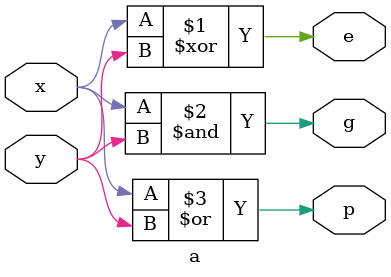
<source format=v>
module a(input x, y, output e, g, p);

    assign e = x ^ y;
    assign g = x & y;
    assign p = x | y;
endmodule
</source>
